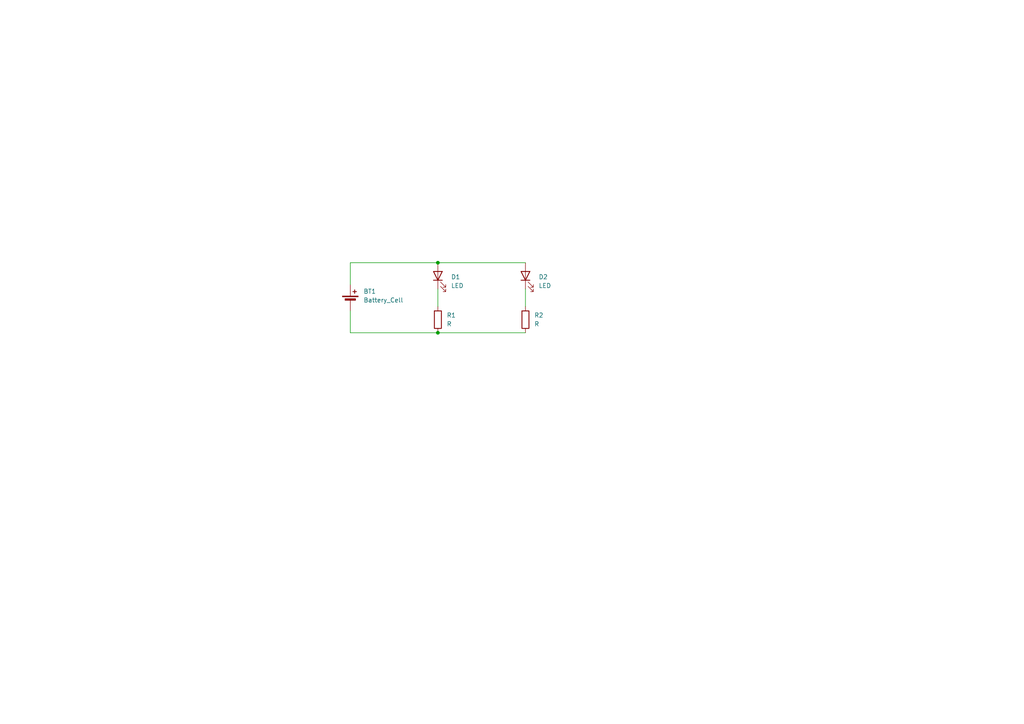
<source format=kicad_sch>
(kicad_sch (version 20250114) (generator "eeschema") (generator_version "9.0")
  (paper "A4")
  (lib_symbols
    (symbol "Device:Battery_Cell" (pin_numbers (hide yes)) (pin_names (offset 0) (hide yes))
      (property "Reference" "BT" (at 2.54 2.54 0))
      (property "Value" "Battery_Cell" (at 2.54 0 0))
      (symbol "Battery_Cell_0_1"
        (rectangle (start -2.286 1.778) (end 2.286 1.524) (fill (type outline)))
        (rectangle (start -1.524 1.016) (end 1.524 0.508) (fill (type outline)))
        (polyline (pts (xy 0 1.778) (xy 0 2.54)))
        (polyline (pts (xy 0 0.762) (xy 0 0)))
        (polyline (pts (xy 0.762 3.048) (xy 1.778 3.048)) (stroke (width 0.254)))
        (polyline (pts (xy 1.27 3.556) (xy 1.27 2.54)) (stroke (width 0.254)))
      )
      (symbol "Battery_Cell_1_1"
        (pin passive line (at 0 5.08 270) (length 2.54) (name "+") (number "1"))
        (pin passive line (at 0 -2.54 90) (length 2.54) (name "-") (number "2"))
      )
    )
    (symbol "Device:LED" (pin_numbers (hide yes)) (pin_names (offset 1.016) (hide yes))
      (property "Reference" "D" (at 0 2.54 0))
      (property "Value" "LED" (at 0 -2.54 0))
      (symbol "LED_0_1"
        (polyline (pts (xy -3.048 -0.762) (xy -4.572 -2.286) (xy -3.81 -2.286) (xy -4.572 -2.286) (xy -4.572 -1.524)))
        (polyline (pts (xy -1.778 -0.762) (xy -3.302 -2.286) (xy -2.54 -2.286) (xy -3.302 -2.286) (xy -3.302 -1.524)))
        (polyline (pts (xy -1.27 0) (xy 1.27 0)))
        (polyline (pts (xy -1.27 -1.27) (xy -1.27 1.27)) (stroke (width 0.254)))
        (polyline (pts (xy 1.27 -1.27) (xy 1.27 1.27) (xy -1.27 0) (xy 1.27 -1.27)) (stroke (width 0.254)))
      )
      (symbol "LED_1_1"
        (pin passive line (at -3.81 0 0) (length 2.54) (name "K") (number "1"))
        (pin passive line (at 3.81 0 180) (length 2.54) (name "A") (number "2"))
      )
    )
    (symbol "Device:R" (pin_numbers (hide yes)) (pin_names (offset 0))
      (property "Reference" "R" (at 2.032 0 90))
      (property "Value" "R" (at 0 0 90))
      (symbol "R_0_1"
        (rectangle (start -1.016 -2.54) (end 1.016 2.54) (stroke (width 0.254)))
      )
      (symbol "R_1_1"
        (pin passive line (at 0 3.81 270) (length 1.27) (name "~") (number "1"))
        (pin passive line (at 0 -3.81 90) (length 1.27) (name "~") (number "2"))
      )
    )
  )
  (junction (at 127 96.52))
  (junction (at 127 76.2))
  (wire (pts (xy 127 83.82) (xy 127 88.9)))
  (wire (pts (xy 101.6 76.2) (xy 127 76.2)))
  (wire (pts (xy 152.4 83.82) (xy 152.4 88.9)))
  (wire (pts (xy 127 76.2) (xy 152.4 76.2)))
  (wire (pts (xy 101.6 82.55) (xy 101.6 76.2)))
  (wire (pts (xy 101.6 96.52) (xy 101.6 90.17)))
  (wire (pts (xy 127 96.52) (xy 101.6 96.52)))
  (wire (pts (xy 152.4 96.52) (xy 127 96.52)))
  (symbol (lib_id "Device:R") (at 127 92.71 0) (unit 1)
    (property "Reference" "R1" (at 129.54 91.4399 0) (effects (justify left)))
    (property "Value" "R" (at 129.54 93.9799 0) (effects (justify left)))
    (property "Footprint" "Resistor_THT:R_Axial_DIN0207_L6.3mm_D2.5mm_P7.62mm_Horizontal" (effects (hide yes)))
    (property "Description" "Resistor" (effects (hide yes)))
  )
  (symbol (lib_id "Device:Battery_Cell") (at 101.6 87.63 0) (unit 1)
    (property "Reference" "BT1" (at 105.41 84.5184 0) (effects (justify left)))
    (property "Value" "Battery_Cell" (at 105.41 87.0584 0) (effects (justify left)))
    (property "Footprint" "Battery:BatteryHolder_Keystone_3034_1x20mm" (effects (hide yes)))
    (property "Description" "Single-cell battery" (effects (hide yes)))
  )
  (symbol (lib_id "Device:R") (at 152.4 92.71 0) (unit 1)
    (property "Reference" "R2" (at 154.94 91.4399 0) (effects (justify left)))
    (property "Value" "R" (at 154.94 93.9799 0) (effects (justify left)))
    (property "Footprint" "Resistor_THT:R_Axial_DIN0207_L6.3mm_D2.5mm_P7.62mm_Horizontal" (effects (hide yes)))
    (property "Description" "Resistor" (effects (hide yes)))
  )
  (symbol (lib_id "Device:LED") (at 152.4 80.01 90) (unit 1)
    (property "Reference" "D2" (at 156.21 80.3274 90) (effects (justify right)))
    (property "Value" "LED" (at 156.21 82.8674 90) (effects (justify right)))
    (property "Footprint" "LED_THT:LED_D5.0mm" (effects (hide yes)))
    (property "Description" "Light emitting diode" (effects (hide yes)))
    (property "Sim.Pins" "1=K 2=A" (effects (hide yes)))
  )
  (symbol (lib_id "Device:LED") (at 127 80.01 90) (unit 1)
    (property "Reference" "D1" (at 130.81 80.3274 90) (effects (justify right)))
    (property "Value" "LED" (at 130.81 82.8674 90) (effects (justify right)))
    (property "Footprint" "LED_THT:LED_D5.0mm" (effects (hide yes)))
    (property "Description" "Light emitting diode" (effects (hide yes)))
    (property "Sim.Pins" "1=K 2=A" (effects (hide yes)))
  )
)
</source>
